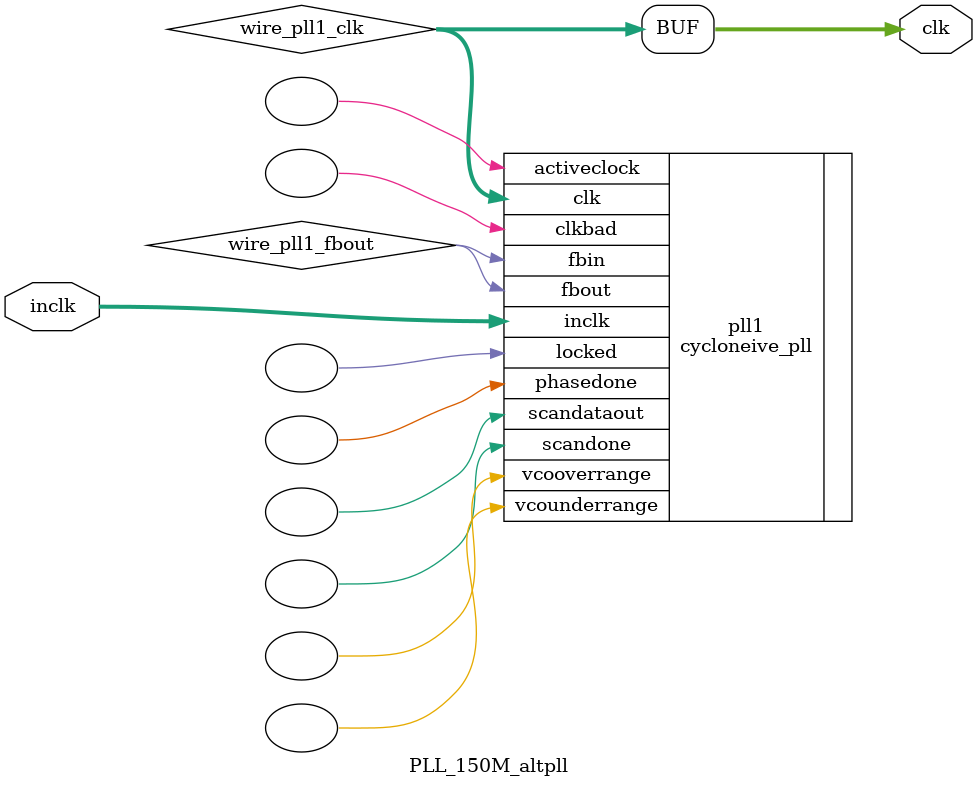
<source format=v>






//synthesis_resources = cycloneive_pll 1 
//synopsys translate_off
`timescale 1 ps / 1 ps
//synopsys translate_on
module  PLL_150M_altpll
	( 
	clk,
	inclk) /* synthesis synthesis_clearbox=1 */;
	output   [4:0]  clk;
	input   [1:0]  inclk;
`ifndef ALTERA_RESERVED_QIS
// synopsys translate_off
`endif
	tri0   [1:0]  inclk;
`ifndef ALTERA_RESERVED_QIS
// synopsys translate_on
`endif

	wire  [4:0]   wire_pll1_clk;
	wire  wire_pll1_fbout;

	cycloneive_pll   pll1
	( 
	.activeclock(),
	.clk(wire_pll1_clk),
	.clkbad(),
	.fbin(wire_pll1_fbout),
	.fbout(wire_pll1_fbout),
	.inclk(inclk),
	.locked(),
	.phasedone(),
	.scandataout(),
	.scandone(),
	.vcooverrange(),
	.vcounderrange()
	`ifndef FORMAL_VERIFICATION
	// synopsys translate_off
	`endif
	,
	.areset(1'b0),
	.clkswitch(1'b0),
	.configupdate(1'b0),
	.pfdena(1'b1),
	.phasecounterselect({3{1'b0}}),
	.phasestep(1'b0),
	.phaseupdown(1'b0),
	.scanclk(1'b0),
	.scanclkena(1'b1),
	.scandata(1'b0)
	`ifndef FORMAL_VERIFICATION
	// synopsys translate_on
	`endif
	);
	defparam
		pll1.bandwidth_type = "auto",
		pll1.clk0_divide_by = 1,
		pll1.clk0_duty_cycle = 50,
		pll1.clk0_multiply_by = 3,
		pll1.clk0_phase_shift = "0",
		pll1.compensate_clock = "clk0",
		pll1.inclk0_input_frequency = 20000,
		pll1.operation_mode = "normal",
		pll1.pll_type = "auto",
		pll1.lpm_type = "cycloneive_pll";
	assign
		clk = {wire_pll1_clk[4:0]};
endmodule //PLL_150M_altpll
//VALID FILE

</source>
